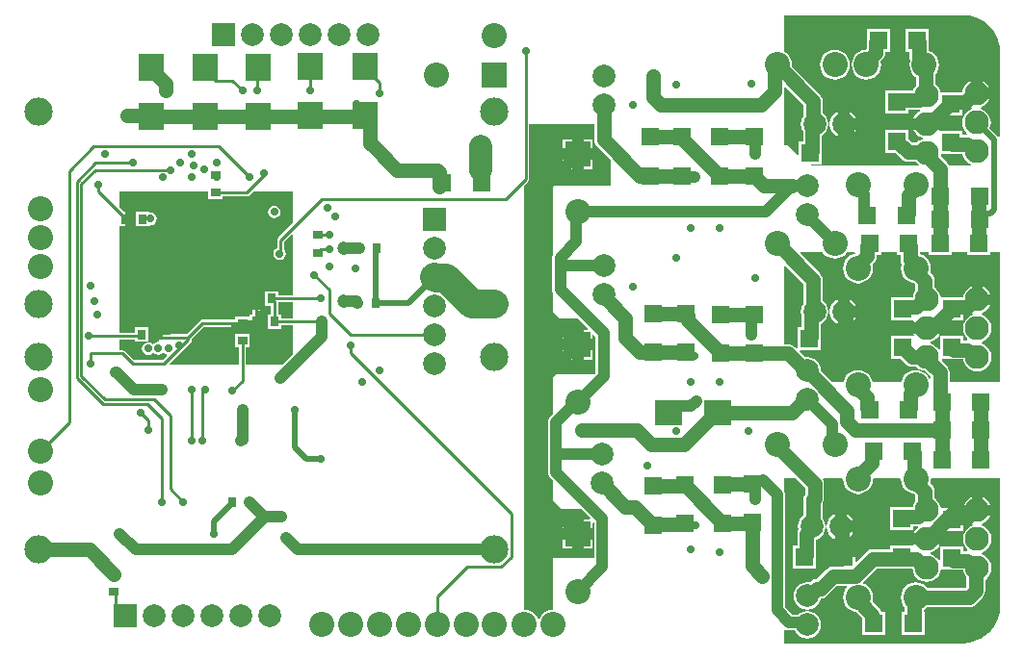
<source format=gbl>
G04*
G04 #@! TF.GenerationSoftware,Altium Limited,Altium Designer,19.0.10 (269)*
G04*
G04 Layer_Physical_Order=4*
G04 Layer_Color=16711680*
%FSLAX23Y23*%
%MOIN*%
G70*
G01*
G75*
%ADD10C,0.010*%
%ADD35R,0.034X0.031*%
%ADD36R,0.064X0.064*%
%ADD37R,0.064X0.064*%
%ADD40R,0.031X0.034*%
%ADD41R,0.085X0.096*%
%ADD46C,0.050*%
%ADD47C,0.039*%
%ADD48C,0.020*%
%ADD49C,0.020*%
%ADD50C,0.100*%
%ADD51C,0.079*%
%ADD52C,0.098*%
%ADD53C,0.083*%
%ADD54C,0.079*%
%ADD55C,0.087*%
%ADD56R,0.087X0.087*%
%ADD57R,0.087X0.087*%
%ADD58R,0.079X0.079*%
%ADD59C,0.047*%
%ADD60R,0.079X0.079*%
%ADD61C,0.028*%
%ADD62R,0.096X0.085*%
G36*
X7339Y4610D02*
X7354Y4607D01*
X7369Y4603D01*
X7382Y4596D01*
X7395Y4588D01*
X7407Y4578D01*
X7418Y4567D01*
X7427Y4555D01*
X7434Y4541D01*
X7440Y4527D01*
X7444Y4513D01*
X7445Y4506D01*
X7445Y4191D01*
X7440Y4190D01*
X7438Y4193D01*
X7410Y4220D01*
X7413Y4227D01*
X7415Y4240D01*
X7413Y4253D01*
X7408Y4265D01*
X7400Y4275D01*
X7390Y4283D01*
X7379Y4287D01*
X7379Y4287D01*
Y4293D01*
X7379Y4293D01*
X7390Y4297D01*
X7400Y4305D01*
X7408Y4315D01*
X7410Y4320D01*
X7365D01*
Y4340D01*
X7345D01*
Y4385D01*
X7340Y4383D01*
X7330Y4375D01*
X7322Y4365D01*
X7317Y4353D01*
X7317Y4349D01*
X7315Y4345D01*
X7311Y4345D01*
X7242D01*
X7241Y4348D01*
X7236Y4360D01*
X7228Y4370D01*
X7222Y4375D01*
Y4405D01*
X7229Y4414D01*
X7234Y4427D01*
X7236Y4440D01*
X7234Y4453D01*
X7229Y4466D01*
X7221Y4477D01*
X7210Y4485D01*
X7199Y4489D01*
Y4518D01*
X7199Y4520D01*
Y4565D01*
X7119D01*
Y4485D01*
X7133D01*
Y4468D01*
X7134Y4460D01*
X7136Y4456D01*
X7135Y4453D01*
X7133Y4440D01*
X7135Y4427D01*
X7140Y4414D01*
X7148Y4403D01*
X7156Y4398D01*
Y4367D01*
X7150Y4360D01*
X7146Y4350D01*
X7097D01*
X7095Y4350D01*
X7050D01*
Y4270D01*
X7130D01*
Y4284D01*
X7166D01*
X7171Y4284D01*
X7172Y4280D01*
X7168Y4278D01*
X7158Y4270D01*
X7150Y4260D01*
X7148Y4255D01*
X7193D01*
X7238D01*
X7236Y4260D01*
X7236Y4260D01*
X7239Y4265D01*
X7315D01*
Y4319D01*
X7320Y4320D01*
X7322Y4315D01*
X7330Y4305D01*
X7340Y4297D01*
X7351Y4293D01*
X7351Y4293D01*
Y4287D01*
X7351Y4287D01*
X7340Y4283D01*
X7330Y4275D01*
X7322Y4265D01*
X7317Y4253D01*
X7315Y4240D01*
X7317Y4227D01*
X7322Y4215D01*
X7330Y4205D01*
X7333Y4203D01*
X7332Y4198D01*
X7332Y4197D01*
X7315D01*
Y4211D01*
X7241D01*
X7238Y4215D01*
X7238Y4215D01*
X7193D01*
X7148D01*
X7150Y4210D01*
X7158Y4200D01*
X7168Y4192D01*
X7179Y4188D01*
X7179Y4188D01*
Y4182D01*
X7179Y4182D01*
X7168Y4178D01*
X7158Y4170D01*
X7143D01*
X7130Y4183D01*
Y4216D01*
X7050D01*
Y4136D01*
X7083D01*
X7106Y4114D01*
X7112Y4108D01*
X7120Y4105D01*
X7129Y4104D01*
X7155D01*
X7158Y4100D01*
X7165Y4095D01*
X7163Y4090D01*
X6789D01*
X6789Y4090D01*
X6792Y4095D01*
X6831D01*
Y4140D01*
X6831Y4142D01*
Y4196D01*
X6839Y4201D01*
X6846Y4211D01*
X6851Y4223D01*
X6852Y4231D01*
X6852Y4234D01*
X6858D01*
X6858Y4231D01*
X6859Y4223D01*
X6864Y4211D01*
X6871Y4201D01*
X6881Y4194D01*
X6885Y4192D01*
Y4235D01*
Y4278D01*
X6881Y4276D01*
X6871Y4269D01*
X6864Y4259D01*
X6859Y4247D01*
X6858Y4239D01*
X6858Y4236D01*
X6852D01*
X6852Y4239D01*
X6851Y4247D01*
X6846Y4259D01*
X6839Y4269D01*
X6833Y4273D01*
Y4315D01*
X6832Y4324D01*
X6828Y4332D01*
X6823Y4339D01*
X6726Y4436D01*
X6727Y4440D01*
X6725Y4453D01*
X6720Y4466D01*
X6712Y4477D01*
X6701Y4485D01*
X6700Y4485D01*
Y4611D01*
X7315D01*
X7316Y4611D01*
X7316Y4611D01*
X7324Y4611D01*
X7339Y4610D01*
D02*
G37*
G36*
X6766Y4302D02*
Y4262D01*
X6764Y4259D01*
X6759Y4247D01*
X6757Y4235D01*
X6759Y4223D01*
X6764Y4211D01*
X6765Y4210D01*
Y4175D01*
X6751D01*
Y4130D01*
X6747Y4128D01*
X6714Y4161D01*
X6700D01*
Y4338D01*
X6700Y4338D01*
X6701Y4347D01*
Y4360D01*
X6706Y4362D01*
X6766Y4302D01*
D02*
G37*
G36*
X7282Y4131D02*
X7317D01*
X7317Y4127D01*
X7322Y4115D01*
X7330Y4105D01*
X7340Y4097D01*
X7345Y4095D01*
X7344Y4090D01*
X7272D01*
X7269Y4096D01*
X7264Y4102D01*
X7242Y4125D01*
X7242Y4131D01*
X7280D01*
X7282Y4131D01*
D02*
G37*
G36*
X5000Y3894D02*
X4949Y3842D01*
X4946Y3838D01*
X4945Y3833D01*
Y3806D01*
X4938Y3802D01*
X4934Y3795D01*
X4932Y3786D01*
X4934Y3778D01*
X4938Y3771D01*
X4946Y3766D01*
X4954Y3764D01*
X4962Y3766D01*
X4970Y3771D01*
X4974Y3778D01*
X4976Y3786D01*
X4974Y3795D01*
X4971Y3800D01*
Y3827D01*
X4995Y3852D01*
X5000Y3850D01*
X5000Y3643D01*
X4949D01*
Y3655D01*
X4902D01*
Y3605D01*
X4922D01*
Y3575D01*
X4912D01*
Y3525D01*
X4959D01*
Y3537D01*
X5000D01*
Y3437D01*
X4964Y3401D01*
X4838D01*
Y3461D01*
X4850D01*
Y3508D01*
X4800D01*
Y3461D01*
X4812D01*
Y3401D01*
X4576Y3401D01*
X4574Y3405D01*
X4647Y3478D01*
X4650Y3483D01*
X4651Y3488D01*
Y3490D01*
X4694Y3532D01*
X4786D01*
Y3546D01*
X4835D01*
Y3550D01*
X4874D01*
Y3589D01*
X4888D01*
Y3591D01*
X4861D01*
Y3575D01*
X4851D01*
Y3573D01*
X4850Y3569D01*
X4800D01*
Y3559D01*
X4688D01*
X4683Y3558D01*
X4679Y3555D01*
X4632Y3508D01*
X4576D01*
Y3505D01*
X4537D01*
Y3480D01*
X4533Y3480D01*
X4525Y3479D01*
X4520Y3475D01*
X4520Y3475D01*
X4518Y3474D01*
X4518Y3474D01*
X4518Y3474D01*
X4516Y3471D01*
X4516Y3472D01*
X4516Y3472D01*
X4508Y3477D01*
X4503Y3478D01*
X4503Y3478D01*
X4500Y3479D01*
X4492Y3477D01*
X4489Y3475D01*
X4489Y3475D01*
X4484Y3472D01*
X4480Y3465D01*
X4478Y3457D01*
X4480Y3448D01*
X4484Y3441D01*
X4492Y3436D01*
X4500Y3434D01*
X4508Y3436D01*
X4516Y3441D01*
X4516Y3441D01*
X4518Y3443D01*
X4525Y3438D01*
X4533Y3436D01*
X4542Y3438D01*
X4549Y3443D01*
X4549Y3443D01*
X4554D01*
X4554Y3443D01*
X4562Y3438D01*
X4563Y3438D01*
X4564Y3433D01*
X4549Y3417D01*
X4450D01*
X4418Y3449D01*
X4414Y3452D01*
X4409Y3453D01*
X4400D01*
Y3487D01*
X4453D01*
Y3480D01*
X4487D01*
X4487Y3480D01*
X4499D01*
Y3483D01*
X4499Y3483D01*
Y3530D01*
X4453D01*
Y3513D01*
X4400D01*
X4400Y3880D01*
X4419D01*
Y3930D01*
X4415D01*
X4400Y3944D01*
Y4001D01*
X4707D01*
Y3974D01*
X4757D01*
Y3984D01*
X4840D01*
X4845Y3985D01*
X4850Y3988D01*
X4863Y4001D01*
X5000D01*
Y3894D01*
D02*
G37*
G36*
X7445Y3341D02*
X7272D01*
Y3374D01*
X7271Y3382D01*
X7268Y3390D01*
X7262Y3397D01*
X7245Y3415D01*
X7247Y3420D01*
X7285D01*
X7287Y3420D01*
X7319D01*
X7320Y3420D01*
X7320Y3414D01*
X7325Y3402D01*
X7333Y3392D01*
X7343Y3384D01*
X7355Y3379D01*
X7368Y3377D01*
X7381Y3379D01*
X7393Y3384D01*
X7403Y3392D01*
X7411Y3402D01*
X7416Y3414D01*
X7418Y3427D01*
X7416Y3440D01*
X7411Y3452D01*
X7403Y3462D01*
X7393Y3470D01*
X7382Y3474D01*
X7382Y3474D01*
Y3479D01*
X7382Y3479D01*
X7393Y3484D01*
X7403Y3492D01*
X7411Y3502D01*
X7416Y3514D01*
X7418Y3527D01*
X7416Y3540D01*
X7411Y3552D01*
X7403Y3562D01*
X7393Y3570D01*
X7382Y3574D01*
X7382Y3574D01*
Y3579D01*
X7382Y3579D01*
X7393Y3584D01*
X7403Y3592D01*
X7411Y3602D01*
X7413Y3607D01*
X7368D01*
Y3627D01*
X7349D01*
Y3672D01*
X7343Y3670D01*
X7333Y3662D01*
X7325Y3652D01*
X7320Y3640D01*
X7320Y3634D01*
X7242D01*
X7241Y3641D01*
X7236Y3653D01*
X7228Y3663D01*
X7220Y3670D01*
Y3693D01*
X7219Y3702D01*
X7216Y3710D01*
X7211Y3716D01*
X7205Y3722D01*
X7207Y3735D01*
X7205Y3748D01*
X7200Y3761D01*
X7192Y3772D01*
X7181Y3780D01*
X7169Y3785D01*
Y3791D01*
X7200D01*
Y3780D01*
X7280D01*
Y3791D01*
X7334D01*
Y3780D01*
X7414D01*
Y3791D01*
X7445D01*
X7445Y3341D01*
D02*
G37*
G36*
X7089Y3780D02*
X7103D01*
Y3764D01*
X7104Y3755D01*
X7106Y3750D01*
X7105Y3748D01*
X7103Y3735D01*
X7105Y3722D01*
X7110Y3709D01*
X7118Y3698D01*
X7129Y3690D01*
X7142Y3685D01*
X7149Y3684D01*
X7154Y3679D01*
Y3658D01*
X7150Y3653D01*
X7145Y3641D01*
X7145Y3635D01*
X7144Y3635D01*
X7117D01*
X7115Y3635D01*
X7070D01*
Y3555D01*
X7146D01*
X7149Y3550D01*
X7148Y3548D01*
X7193D01*
X7238D01*
X7238Y3550D01*
X7241Y3554D01*
X7320D01*
Y3602D01*
X7325Y3603D01*
X7325Y3602D01*
X7333Y3592D01*
X7343Y3584D01*
X7354Y3579D01*
X7354Y3579D01*
Y3574D01*
X7354Y3574D01*
X7343Y3570D01*
X7333Y3562D01*
X7325Y3552D01*
X7320Y3540D01*
X7319Y3527D01*
X7320Y3514D01*
X7325Y3502D01*
X7333Y3492D01*
X7334Y3491D01*
X7334Y3489D01*
X7332Y3486D01*
X7320D01*
Y3500D01*
X7240D01*
Y3456D01*
X7235Y3455D01*
X7228Y3463D01*
X7218Y3471D01*
X7207Y3476D01*
X7207Y3476D01*
Y3481D01*
X7207Y3481D01*
X7218Y3485D01*
X7228Y3493D01*
X7236Y3503D01*
X7238Y3509D01*
X7193D01*
X7148D01*
X7149Y3506D01*
X7147Y3501D01*
X7146Y3501D01*
X7070D01*
Y3421D01*
X7103D01*
X7121Y3403D01*
X7128Y3398D01*
X7136Y3395D01*
X7144Y3394D01*
X7158D01*
X7158Y3393D01*
X7168Y3385D01*
X7180Y3380D01*
X7186Y3380D01*
X7206Y3360D01*
Y3354D01*
X7201Y3353D01*
X7200Y3356D01*
X7192Y3367D01*
X7181Y3375D01*
X7168Y3380D01*
X7155Y3382D01*
X7142Y3380D01*
X7129Y3375D01*
X7118Y3367D01*
X7110Y3356D01*
X7105Y3343D01*
X7105Y3341D01*
X7005D01*
X7005Y3343D01*
X7000Y3356D01*
X6992Y3367D01*
X6981Y3375D01*
X6968Y3380D01*
X6955Y3382D01*
X6942Y3380D01*
X6929Y3375D01*
X6918Y3367D01*
X6910Y3356D01*
X6905Y3343D01*
X6905Y3341D01*
X6866D01*
X6828Y3379D01*
X6828Y3380D01*
X6826Y3392D01*
X6821Y3404D01*
X6814Y3414D01*
X6804Y3421D01*
X6792Y3426D01*
X6780Y3428D01*
X6772Y3427D01*
X6754Y3446D01*
X6756Y3450D01*
X6826D01*
Y3495D01*
X6826Y3497D01*
Y3543D01*
X6829Y3544D01*
X6839Y3551D01*
X6846Y3561D01*
X6851Y3573D01*
X6852Y3581D01*
X6852Y3584D01*
X6858D01*
X6858Y3581D01*
X6859Y3573D01*
X6864Y3561D01*
X6871Y3551D01*
X6881Y3544D01*
X6885Y3542D01*
Y3585D01*
Y3628D01*
X6881Y3626D01*
X6871Y3619D01*
X6864Y3609D01*
X6859Y3597D01*
X6858Y3589D01*
X6858Y3586D01*
X6852D01*
X6852Y3589D01*
X6851Y3597D01*
X6846Y3609D01*
X6839Y3619D01*
X6833Y3623D01*
Y3695D01*
X6832Y3704D01*
X6828Y3712D01*
X6823Y3719D01*
X6755Y3787D01*
X6757Y3791D01*
X6833D01*
X6838Y3783D01*
X6849Y3775D01*
X6862Y3770D01*
X6875Y3768D01*
X6888Y3770D01*
X6901Y3775D01*
X6912Y3783D01*
X6917Y3791D01*
X6943D01*
X6945Y3786D01*
X6945Y3785D01*
X6942Y3785D01*
X6929Y3780D01*
X6918Y3772D01*
X6910Y3761D01*
X6905Y3748D01*
X6903Y3735D01*
X6905Y3722D01*
X6910Y3709D01*
X6918Y3698D01*
X6929Y3690D01*
X6942Y3685D01*
X6955Y3683D01*
X6968Y3685D01*
X6981Y3690D01*
X6992Y3698D01*
X7000Y3709D01*
X7005Y3722D01*
X7007Y3735D01*
X7005Y3748D01*
X7011Y3754D01*
X7017Y3761D01*
X7020Y3769D01*
X7021Y3778D01*
Y3780D01*
X7035D01*
Y3791D01*
X7089D01*
Y3780D01*
D02*
G37*
G36*
X5000Y3563D02*
X4959D01*
Y3575D01*
X4949D01*
Y3605D01*
X4949D01*
Y3617D01*
X5000D01*
Y3563D01*
D02*
G37*
G36*
X6766Y3682D02*
Y3612D01*
X6764Y3609D01*
X6759Y3597D01*
X6757Y3585D01*
X6759Y3573D01*
X6760Y3569D01*
X6760Y3565D01*
Y3530D01*
X6746D01*
Y3460D01*
X6742Y3458D01*
X6736Y3463D01*
X6729Y3469D01*
X6721Y3472D01*
X6712Y3473D01*
X6700D01*
Y3742D01*
X6705Y3743D01*
X6766Y3682D01*
D02*
G37*
G36*
X7103Y3006D02*
X7103Y3005D01*
X7105Y2992D01*
X7110Y2979D01*
X7118Y2968D01*
X7129Y2960D01*
X7142Y2955D01*
X7149Y2954D01*
X7154Y2949D01*
Y2928D01*
X7150Y2923D01*
X7145Y2911D01*
X7145Y2909D01*
X7112D01*
X7110Y2909D01*
X7065D01*
Y2829D01*
X7145D01*
Y2843D01*
X7162D01*
X7162Y2843D01*
X7164Y2838D01*
X7158Y2833D01*
X7150Y2823D01*
X7148Y2818D01*
X7193D01*
X7238D01*
X7238Y2820D01*
X7241Y2824D01*
X7320D01*
Y2872D01*
X7325Y2873D01*
X7325Y2872D01*
X7333Y2862D01*
X7343Y2854D01*
X7354Y2849D01*
X7354Y2849D01*
Y2844D01*
X7354Y2844D01*
X7343Y2840D01*
X7333Y2832D01*
X7325Y2822D01*
X7320Y2810D01*
X7319Y2797D01*
X7320Y2784D01*
X7325Y2772D01*
X7333Y2762D01*
X7334Y2761D01*
X7334Y2759D01*
X7332Y2756D01*
X7320D01*
Y2770D01*
X7240D01*
Y2726D01*
X7235Y2725D01*
X7228Y2733D01*
X7218Y2741D01*
X7207Y2746D01*
X7207Y2746D01*
Y2751D01*
X7207Y2751D01*
X7218Y2755D01*
X7228Y2763D01*
X7236Y2773D01*
X7238Y2779D01*
X7193D01*
X7148D01*
X7148Y2778D01*
X7144Y2775D01*
X7065D01*
Y2761D01*
X7006D01*
X6997Y2760D01*
X6989Y2757D01*
X6982Y2751D01*
X6949Y2719D01*
X6945Y2721D01*
Y2775D01*
X6944D01*
Y2735D01*
X6905D01*
Y2702D01*
X6869D01*
X6865Y2702D01*
Y2702D01*
X6861Y2701D01*
X6853Y2698D01*
X6846Y2693D01*
X6811Y2658D01*
X6804Y2657D01*
X6796Y2654D01*
X6789Y2648D01*
X6788Y2647D01*
X6780Y2648D01*
X6768Y2646D01*
X6756Y2641D01*
X6746Y2634D01*
X6739Y2624D01*
X6734Y2612D01*
X6732Y2600D01*
X6734Y2588D01*
X6739Y2576D01*
X6746Y2566D01*
X6756Y2559D01*
X6768Y2554D01*
X6779Y2553D01*
Y2547D01*
X6768Y2546D01*
X6756Y2541D01*
X6748Y2535D01*
X6729D01*
X6703Y2562D01*
Y2950D01*
X6702Y2957D01*
X6700Y2962D01*
Y3009D01*
X6738D01*
X6772Y2975D01*
Y2951D01*
X6772Y2951D01*
X6768Y2943D01*
X6767Y2934D01*
Y2878D01*
X6761Y2874D01*
X6754Y2864D01*
X6749Y2852D01*
X6747Y2840D01*
X6749Y2830D01*
X6746Y2824D01*
X6745Y2815D01*
Y2775D01*
X6731D01*
Y2695D01*
X6811D01*
Y2740D01*
X6811Y2742D01*
Y2796D01*
X6819Y2799D01*
X6829Y2806D01*
X6836Y2816D01*
X6841Y2828D01*
X6842Y2836D01*
X6842Y2839D01*
X6848D01*
X6848Y2836D01*
X6849Y2828D01*
X6854Y2816D01*
X6861Y2806D01*
X6871Y2799D01*
X6875Y2797D01*
Y2840D01*
Y2883D01*
X6871Y2881D01*
X6861Y2874D01*
X6854Y2864D01*
X6849Y2852D01*
X6848Y2844D01*
X6848Y2841D01*
X6842D01*
X6842Y2844D01*
X6841Y2852D01*
X6836Y2864D01*
X6834Y2867D01*
Y2922D01*
X6834Y2922D01*
X6837Y2930D01*
X6838Y2939D01*
Y2989D01*
X6837Y2998D01*
X6834Y3004D01*
X6836Y3009D01*
X6900D01*
X6903Y3006D01*
X6903Y3005D01*
X6905Y2992D01*
X6910Y2979D01*
X6918Y2968D01*
X6929Y2960D01*
X6942Y2955D01*
X6955Y2953D01*
X6968Y2955D01*
X6981Y2960D01*
X6992Y2968D01*
X7000Y2979D01*
X7005Y2992D01*
X7007Y3005D01*
X7007Y3006D01*
X7010Y3009D01*
X7100D01*
X7103Y3006D01*
D02*
G37*
G36*
X7445Y2541D02*
X7444Y2536D01*
X7439Y2521D01*
X7433Y2507D01*
X7425Y2494D01*
X7415Y2482D01*
X7405Y2471D01*
X7393Y2462D01*
X7380Y2453D01*
X7366Y2447D01*
X7352Y2441D01*
X7337Y2438D01*
X7322Y2436D01*
X7314Y2436D01*
X7314Y2436D01*
X7314Y2436D01*
X6700D01*
Y2480D01*
X6705Y2483D01*
X6710Y2481D01*
X6717Y2480D01*
X6737D01*
X6739Y2476D01*
X6746Y2466D01*
X6756Y2459D01*
X6768Y2454D01*
X6780Y2452D01*
X6792Y2454D01*
X6804Y2459D01*
X6814Y2466D01*
X6821Y2476D01*
X6826Y2488D01*
X6828Y2500D01*
X6826Y2512D01*
X6821Y2524D01*
X6814Y2534D01*
X6804Y2541D01*
X6792Y2546D01*
X6781Y2547D01*
Y2553D01*
X6792Y2554D01*
X6804Y2559D01*
X6814Y2566D01*
X6821Y2576D01*
X6826Y2588D01*
X6827Y2592D01*
X6827Y2592D01*
X6834Y2593D01*
X6842Y2596D01*
X6848Y2602D01*
X6883Y2636D01*
X6917D01*
X6917Y2635D01*
X6918Y2631D01*
X6910Y2621D01*
X6905Y2608D01*
X6903Y2595D01*
X6905Y2582D01*
X6910Y2569D01*
X6918Y2558D01*
X6929Y2550D01*
X6942Y2545D01*
X6949Y2544D01*
X6971Y2522D01*
Y2512D01*
X6971Y2510D01*
Y2465D01*
X7051D01*
Y2545D01*
X7036D01*
X7033Y2553D01*
X7027Y2560D01*
X7005Y2582D01*
X7007Y2595D01*
X7005Y2608D01*
X7000Y2621D01*
X6992Y2632D01*
X6981Y2640D01*
X6974Y2642D01*
X6973Y2648D01*
X7019Y2695D01*
X7098D01*
X7100Y2695D01*
X7110D01*
X7112Y2695D01*
X7141D01*
X7145Y2691D01*
X7145Y2685D01*
X7150Y2673D01*
X7158Y2663D01*
X7168Y2655D01*
X7180Y2650D01*
X7193Y2649D01*
X7206Y2650D01*
X7218Y2655D01*
X7228Y2663D01*
X7236Y2673D01*
X7241Y2685D01*
X7242Y2690D01*
X7285D01*
X7287Y2690D01*
X7319D01*
X7320Y2690D01*
X7320Y2684D01*
X7325Y2672D01*
X7329Y2667D01*
Y2632D01*
X7325Y2628D01*
X7194D01*
X7192Y2632D01*
X7181Y2640D01*
X7168Y2645D01*
X7155Y2647D01*
X7142Y2645D01*
X7129Y2640D01*
X7118Y2632D01*
X7110Y2621D01*
X7105Y2608D01*
X7103Y2595D01*
X7105Y2582D01*
X7110Y2569D01*
X7117Y2561D01*
Y2545D01*
X7105D01*
Y2465D01*
X7185D01*
Y2545D01*
X7183D01*
Y2552D01*
X7192Y2558D01*
X7194Y2562D01*
X7339D01*
X7348Y2563D01*
X7356Y2566D01*
X7362Y2572D01*
X7386Y2595D01*
X7391Y2601D01*
X7394Y2609D01*
X7395Y2618D01*
Y2655D01*
X7403Y2662D01*
X7411Y2672D01*
X7416Y2684D01*
X7418Y2697D01*
X7416Y2710D01*
X7411Y2722D01*
X7403Y2732D01*
X7393Y2740D01*
X7382Y2744D01*
X7382Y2744D01*
Y2749D01*
X7382Y2749D01*
X7393Y2754D01*
X7403Y2762D01*
X7411Y2772D01*
X7416Y2784D01*
X7418Y2797D01*
X7416Y2810D01*
X7411Y2822D01*
X7403Y2832D01*
X7393Y2840D01*
X7382Y2844D01*
X7382Y2844D01*
Y2849D01*
X7382Y2849D01*
X7393Y2854D01*
X7403Y2862D01*
X7411Y2872D01*
X7413Y2877D01*
X7368D01*
Y2897D01*
X7349D01*
Y2942D01*
X7343Y2940D01*
X7333Y2932D01*
X7325Y2922D01*
X7320Y2910D01*
X7320Y2904D01*
X7242D01*
X7241Y2911D01*
X7236Y2923D01*
X7228Y2933D01*
X7220Y2940D01*
Y2963D01*
X7219Y2972D01*
X7216Y2980D01*
X7211Y2986D01*
X7205Y2992D01*
X7207Y3005D01*
X7207Y3006D01*
X7210Y3009D01*
X7445D01*
X7445Y2541D01*
D02*
G37*
G36*
X6042Y4181D02*
X6043Y4172D01*
X6046Y4164D01*
X6052Y4158D01*
X6100Y4109D01*
Y4020D01*
X5900D01*
Y3783D01*
X5898Y3779D01*
X5897Y3771D01*
Y3745D01*
Y3661D01*
X5898Y3654D01*
X5900Y3649D01*
Y3561D01*
X5986D01*
X6021Y3526D01*
X6019Y3521D01*
X6005D01*
Y3490D01*
X6036D01*
Y3504D01*
X6041Y3506D01*
X6047Y3499D01*
Y3372D01*
X6043Y3368D01*
X5900D01*
Y3229D01*
X5891Y3220D01*
X5886Y3214D01*
X5883Y3207D01*
X5882Y3200D01*
Y3100D01*
Y3029D01*
X5883Y3022D01*
X5886Y3015D01*
X5891Y3009D01*
X5900Y3000D01*
Y2900D01*
X6000D01*
X6029Y2871D01*
X6027Y2866D01*
X6005D01*
Y2835D01*
X6036D01*
Y2852D01*
X6041Y2855D01*
X6042Y2854D01*
Y2730D01*
X5900D01*
Y2552D01*
X5887Y2550D01*
X5874Y2545D01*
X5863Y2537D01*
X5855Y2526D01*
X5853Y2520D01*
X5847D01*
X5845Y2526D01*
X5837Y2537D01*
X5826Y2545D01*
X5813Y2550D01*
X5800Y2552D01*
Y4021D01*
X5814Y4036D01*
X5817Y4040D01*
X5818Y4045D01*
Y4234D01*
X6042D01*
Y4181D01*
D02*
G37*
%LPC*%
G36*
X7065Y4565D02*
X6985D01*
Y4520D01*
X6985Y4518D01*
Y4497D01*
X6979Y4491D01*
X6971Y4490D01*
X6959Y4485D01*
X6948Y4477D01*
X6940Y4466D01*
X6935Y4453D01*
X6933Y4440D01*
X6935Y4427D01*
X6940Y4414D01*
X6948Y4403D01*
X6959Y4395D01*
X6971Y4390D01*
X6984Y4388D01*
X6998Y4390D01*
X7010Y4395D01*
X7021Y4403D01*
X7029Y4414D01*
X7034Y4427D01*
X7036Y4440D01*
X7034Y4453D01*
X7041Y4460D01*
X7047Y4467D01*
X7050Y4475D01*
X7051Y4483D01*
Y4485D01*
X7065D01*
Y4565D01*
D02*
G37*
G36*
X6875Y4492D02*
X6862Y4490D01*
X6849Y4485D01*
X6838Y4477D01*
X6830Y4466D01*
X6825Y4453D01*
X6823Y4440D01*
X6825Y4427D01*
X6830Y4414D01*
X6838Y4403D01*
X6849Y4395D01*
X6862Y4390D01*
X6875Y4388D01*
X6888Y4390D01*
X6901Y4395D01*
X6912Y4403D01*
X6920Y4414D01*
X6925Y4427D01*
X6927Y4440D01*
X6925Y4453D01*
X6920Y4466D01*
X6912Y4477D01*
X6901Y4485D01*
X6888Y4490D01*
X6875Y4492D01*
D02*
G37*
G36*
X7385Y4385D02*
Y4360D01*
X7410D01*
X7408Y4365D01*
X7400Y4375D01*
X7390Y4383D01*
X7385Y4385D01*
D02*
G37*
G36*
X6925Y4278D02*
Y4255D01*
X6948D01*
X6946Y4259D01*
X6939Y4269D01*
X6929Y4276D01*
X6925Y4278D01*
D02*
G37*
G36*
X6948Y4215D02*
X6925D01*
Y4192D01*
X6929Y4194D01*
X6939Y4201D01*
X6946Y4211D01*
X6948Y4215D01*
D02*
G37*
G36*
X6965Y4175D02*
X6964D01*
Y4174D01*
X6965D01*
Y4175D01*
D02*
G37*
G36*
X6886D02*
X6885D01*
Y4174D01*
X6886D01*
Y4175D01*
D02*
G37*
G36*
X6965Y4096D02*
X6964D01*
Y4095D01*
X6965D01*
Y4096D01*
D02*
G37*
G36*
X6886D02*
X6885D01*
Y4095D01*
X6886D01*
Y4096D01*
D02*
G37*
G36*
X4936Y3952D02*
X4927Y3950D01*
X4920Y3946D01*
X4915Y3938D01*
X4913Y3930D01*
X4915Y3922D01*
X4920Y3914D01*
X4927Y3910D01*
X4936Y3908D01*
X4944Y3910D01*
X4951Y3914D01*
X4956Y3922D01*
X4958Y3930D01*
X4956Y3938D01*
X4951Y3946D01*
X4944Y3950D01*
X4936Y3952D01*
D02*
G37*
G36*
X4504Y3930D02*
Y3930D01*
X4457D01*
Y3880D01*
X4504D01*
Y3882D01*
X4506Y3884D01*
X4515Y3886D01*
X4522Y3891D01*
X4527Y3898D01*
X4529Y3907D01*
X4527Y3915D01*
X4522Y3922D01*
X4515Y3927D01*
X4508Y3928D01*
X4504Y3930D01*
X4504Y3930D01*
D02*
G37*
G36*
X7388Y3672D02*
Y3646D01*
X7413D01*
X7411Y3652D01*
X7403Y3662D01*
X7393Y3670D01*
X7388Y3672D01*
D02*
G37*
G36*
X6925Y3628D02*
Y3605D01*
X6948D01*
X6946Y3609D01*
X6939Y3619D01*
X6929Y3626D01*
X6925Y3628D01*
D02*
G37*
G36*
X6948Y3565D02*
X6925D01*
Y3542D01*
X6929Y3544D01*
X6939Y3551D01*
X6946Y3561D01*
X6948Y3565D01*
D02*
G37*
G36*
X6960Y3530D02*
X6959D01*
Y3529D01*
X6960D01*
Y3530D01*
D02*
G37*
G36*
X6881D02*
X6880D01*
Y3529D01*
X6881D01*
Y3530D01*
D02*
G37*
G36*
X6960Y3451D02*
X6959D01*
Y3450D01*
X6960D01*
Y3451D01*
D02*
G37*
G36*
X6881D02*
X6880D01*
Y3450D01*
X6881D01*
Y3451D01*
D02*
G37*
G36*
X6915Y2883D02*
Y2860D01*
X6938D01*
X6936Y2864D01*
X6929Y2874D01*
X6919Y2881D01*
X6915Y2883D01*
D02*
G37*
G36*
X6938Y2820D02*
X6915D01*
Y2797D01*
X6919Y2799D01*
X6929Y2806D01*
X6936Y2816D01*
X6938Y2820D01*
D02*
G37*
G36*
X6866Y2775D02*
X6865D01*
Y2774D01*
X6866D01*
Y2775D01*
D02*
G37*
G36*
X7388Y2942D02*
Y2916D01*
X7413D01*
X7411Y2922D01*
X7403Y2932D01*
X7393Y2940D01*
X7388Y2942D01*
D02*
G37*
G36*
X6036Y4181D02*
X6005D01*
Y4150D01*
X6036D01*
Y4181D01*
D02*
G37*
G36*
X5965D02*
X5934D01*
Y4150D01*
X5965D01*
Y4181D01*
D02*
G37*
G36*
X6036Y4110D02*
X6005D01*
Y4079D01*
X6036D01*
Y4110D01*
D02*
G37*
G36*
X5965D02*
X5934D01*
Y4079D01*
X5965D01*
Y4110D01*
D02*
G37*
G36*
Y3521D02*
X5934D01*
Y3490D01*
X5965D01*
Y3521D01*
D02*
G37*
G36*
X6036Y3450D02*
X6005D01*
Y3419D01*
X6036D01*
Y3450D01*
D02*
G37*
G36*
X5965D02*
X5934D01*
Y3419D01*
X5965D01*
Y3450D01*
D02*
G37*
G36*
Y2866D02*
X5934D01*
Y2835D01*
X5965D01*
Y2866D01*
D02*
G37*
G36*
X6036Y2795D02*
X6005D01*
Y2764D01*
X6036D01*
Y2795D01*
D02*
G37*
G36*
X5965D02*
X5934D01*
Y2764D01*
X5965D01*
Y2795D01*
D02*
G37*
%LPD*%
D10*
X5500Y2597D02*
X5603Y2700D01*
X5720D02*
X5755Y2735D01*
X5603Y2700D02*
X5720D01*
X5755Y2735D02*
Y2885D01*
X5200Y3440D02*
X5755Y2885D01*
X5200Y3440D02*
Y3467D01*
X5199Y3505D02*
X5490D01*
X5125Y3579D02*
Y3661D01*
X5074Y3713D02*
X5125Y3661D01*
X5500Y2500D02*
Y2597D01*
X5735Y3975D02*
X5805Y4045D01*
X4958Y3795D02*
Y3833D01*
X4954Y3791D02*
X4958Y3795D01*
X4954Y3786D02*
Y3791D01*
X4958Y3833D02*
X5100Y3975D01*
X5735D01*
X5805Y4045D02*
Y4488D01*
X6397Y3272D02*
X6400Y3275D01*
X6396Y3272D02*
X6397D01*
X4732Y4062D02*
X4736Y4058D01*
X4732D02*
X4736D01*
X4727Y4057D02*
X4734Y4050D01*
X4727Y4057D02*
X4732Y4062D01*
X4734Y4050D02*
X4735D01*
X4900Y4057D02*
Y4064D01*
X4840Y3997D02*
X4900Y4057D01*
X4742Y4158D02*
X4850Y4050D01*
X4310Y4158D02*
X4742D01*
X4225Y4072D02*
X4310Y4158D01*
X4732Y3997D02*
X4840D01*
X4536Y3495D02*
X4638D01*
X4318Y4100D02*
X4445D01*
X4292Y3500D02*
X4469D01*
X4474Y3495D01*
X4267Y4027D02*
X4315Y4075D01*
X4267Y3363D02*
Y4027D01*
Y3363D02*
X4350Y3280D01*
X4252Y4034D02*
X4318Y4100D01*
X4252Y3356D02*
Y4034D01*
Y3356D02*
X4343Y3264D01*
X4300Y3406D02*
Y3440D01*
X4300Y3405D02*
X4300Y3406D01*
X4343Y3264D02*
X4496D01*
X4350Y3280D02*
X4520D01*
X4300Y3440D02*
X4409D01*
X4445Y3404D01*
X4554D01*
X4638Y3488D01*
Y3495D01*
X4688Y3546D02*
X4825D01*
X4638Y3495D02*
X4688Y3546D01*
X4825D02*
X4829Y3550D01*
X4874D01*
X4864Y3630D02*
X4874Y3620D01*
Y3550D02*
Y3620D01*
X4482Y3907D02*
X4506D01*
X4481Y3905D02*
X4482Y3907D01*
X4325Y4001D02*
Y4025D01*
Y4001D02*
X4419Y3907D01*
Y3905D02*
Y3907D01*
X4789Y3311D02*
X4825Y3346D01*
Y3484D01*
X4926Y3630D02*
X5098D01*
X4926D02*
X4936Y3620D01*
Y3550D02*
Y3620D01*
Y3550D02*
X5100D01*
X4789Y4386D02*
X4825Y4350D01*
X4732Y4386D02*
X4789D01*
X4695Y4424D02*
X4732Y4386D01*
X4695Y4424D02*
Y4430D01*
X4225Y3200D02*
Y4072D01*
X4125Y3100D02*
X4225Y3200D01*
X4496Y3264D02*
X4545Y3215D01*
Y2925D02*
Y3215D01*
X4315Y4075D02*
X4575D01*
X4520Y3280D02*
X4575Y3225D01*
Y2970D02*
Y3225D01*
Y2970D02*
X4620Y2925D01*
X4650Y3138D02*
Y3315D01*
X4688Y3309D02*
X4694Y3315D01*
X4695D01*
X4688Y3138D02*
Y3309D01*
X5125Y3579D02*
X5199Y3505D01*
X5125Y3800D02*
X5125Y3800D01*
X5098Y3800D02*
X5125D01*
X5087Y3789D02*
X5098Y3800D01*
X5087Y3851D02*
X5124D01*
X5125Y3850D01*
X4386Y2564D02*
X4420Y2530D01*
X4386Y2564D02*
Y2609D01*
X4380Y2614D02*
X4386Y2609D01*
X4474Y3235D02*
X4500Y3209D01*
Y3175D02*
Y3209D01*
X4877Y4350D02*
Y4427D01*
X4880Y4430D01*
X5060Y4350D02*
Y4435D01*
X5300Y4340D02*
Y4379D01*
X5250Y4429D02*
X5300Y4379D01*
X5250Y4429D02*
Y4435D01*
D35*
X4825Y3484D02*
D03*
Y3546D02*
D03*
X4732Y4058D02*
D03*
Y3997D02*
D03*
X4380Y2676D02*
D03*
Y2614D02*
D03*
X5087Y3851D02*
D03*
Y3789D02*
D03*
D36*
X7110Y3461D02*
D03*
Y3595D02*
D03*
X7105Y2735D02*
D03*
Y2869D02*
D03*
X6590Y2855D02*
D03*
Y2989D02*
D03*
X6245Y2980D02*
D03*
Y2846D02*
D03*
X6485Y2850D02*
D03*
Y2984D02*
D03*
X6355D02*
D03*
Y2850D02*
D03*
X6595Y3440D02*
D03*
Y3574D02*
D03*
X6480Y3441D02*
D03*
Y3575D02*
D03*
X6245Y3579D02*
D03*
Y3445D02*
D03*
X6360Y3579D02*
D03*
Y3445D02*
D03*
X6595Y4056D02*
D03*
Y4190D02*
D03*
X6345D02*
D03*
Y4056D02*
D03*
X6475D02*
D03*
Y4190D02*
D03*
X6235D02*
D03*
Y4056D02*
D03*
X7280Y2864D02*
D03*
Y2730D02*
D03*
X7090Y4176D02*
D03*
Y4310D02*
D03*
X7280Y3594D02*
D03*
Y3460D02*
D03*
X7275Y4305D02*
D03*
Y4171D02*
D03*
D37*
X7246Y3270D02*
D03*
X7380D02*
D03*
X7246Y3175D02*
D03*
X7380D02*
D03*
X7245Y3070D02*
D03*
X7379D02*
D03*
X7159Y4525D02*
D03*
X7025D02*
D03*
X7240Y3820D02*
D03*
X7374D02*
D03*
X7241Y3985D02*
D03*
X7375D02*
D03*
X7144Y3100D02*
D03*
X7010D02*
D03*
X7129Y3245D02*
D03*
X6995D02*
D03*
X6925Y4135D02*
D03*
X6791D02*
D03*
X6920Y3490D02*
D03*
X6786D02*
D03*
X7145Y2505D02*
D03*
X7011D02*
D03*
X6905Y2735D02*
D03*
X6771D02*
D03*
X5518Y4032D02*
D03*
X5652D02*
D03*
X7241Y3905D02*
D03*
X7375D02*
D03*
X7122Y3918D02*
D03*
X6988D02*
D03*
X7129Y3820D02*
D03*
X6995D02*
D03*
D40*
X4481Y3905D02*
D03*
X4419D02*
D03*
X4926Y3630D02*
D03*
X4864D02*
D03*
X4936Y3550D02*
D03*
X4874D02*
D03*
X4476Y3505D02*
D03*
X4537D02*
D03*
X4851Y2925D02*
D03*
X4789D02*
D03*
X5286Y3615D02*
D03*
X5224D02*
D03*
X5291Y3805D02*
D03*
X5229D02*
D03*
D41*
X4510Y4430D02*
D03*
Y4260D02*
D03*
X5250Y4435D02*
D03*
Y4265D02*
D03*
X5060Y4435D02*
D03*
Y4265D02*
D03*
X4880Y4430D02*
D03*
Y4260D02*
D03*
X4695Y4430D02*
D03*
Y4260D02*
D03*
D46*
X5500Y4075D02*
X5508Y4067D01*
Y4017D02*
Y4067D01*
X5060Y4263D02*
X5247D01*
X4880D02*
X5060D01*
X4695D02*
X4880D01*
X7379Y3070D02*
Y3270D01*
X7380Y3270D01*
X6000Y3175D02*
X6189D01*
X6239Y3124D01*
X6353D01*
X6464Y3235D01*
X6470D01*
X7353Y2890D02*
X7362D01*
X7288D02*
X7353D01*
X7359Y2897D01*
X7334Y2871D02*
X7353Y2890D01*
X7195Y2798D02*
X7288Y2890D01*
X7362D02*
X7368Y2897D01*
X7193Y2798D02*
X7195D01*
X4512Y4263D02*
X4695D01*
X4425Y4265D02*
X4505D01*
X4510Y4260D01*
X5247Y4263D02*
X5267Y4243D01*
X6243Y2848D02*
X6353D01*
X5275Y4161D02*
X5361Y4075D01*
X5500D01*
X5267Y4168D02*
X5275Y4161D01*
X5267Y4168D02*
Y4243D01*
X7240Y3820D02*
Y4079D01*
X6352Y4179D02*
X6475Y4056D01*
X7239Y3276D02*
X7246Y3270D01*
Y3175D02*
Y3270D01*
Y3070D02*
Y3175D01*
X6355Y2984D02*
X6478Y2861D01*
X6421Y3500D02*
X6480Y3441D01*
X6367Y3554D02*
X6421Y3500D01*
X6631Y4020D02*
X6727D01*
X7239Y3276D02*
Y3374D01*
X7193Y3419D02*
X7239Y3374D01*
X7193Y3419D02*
Y3428D01*
Y4126D02*
X7240Y4079D01*
X7193Y4126D02*
Y4135D01*
X7374Y3820D02*
Y3984D01*
X6590Y2704D02*
X6624Y2669D01*
X6590Y2704D02*
Y2855D01*
X6813Y2625D02*
X6825D01*
X6788Y2600D02*
X6813Y2625D01*
X6780Y2600D02*
X6788D01*
X6825Y2625D02*
X6869Y2669D01*
X6947D01*
X7006Y2728D01*
X7098D01*
X7105Y2735D01*
X6895Y2840D02*
X6900Y2835D01*
Y2740D02*
Y2835D01*
Y2740D02*
X6905Y2735D01*
X6795Y2832D02*
Y2840D01*
X6778Y2815D02*
X6795Y2832D01*
X6778Y2742D02*
Y2815D01*
X6771Y2735D02*
X6778Y2742D01*
X7246Y3175D02*
X7246D01*
X6946D02*
X7246D01*
X6917Y3204D02*
X6946Y3175D01*
X6917Y3204D02*
Y3243D01*
X6780Y3380D02*
X6917Y3243D01*
X7018Y4518D02*
X7025Y4525D01*
X7018Y4483D02*
Y4518D01*
X6984Y4450D02*
X7018Y4483D01*
X6984Y4440D02*
Y4450D01*
X7184Y4440D02*
X7189Y4436D01*
Y4339D02*
Y4436D01*
Y4339D02*
X7193Y4335D01*
X7166Y4468D02*
Y4518D01*
X7159Y4525D02*
X7166Y4518D01*
X7155Y4025D02*
X7165D01*
X7155Y4015D02*
Y4025D01*
X7129Y3989D02*
X7155Y4015D01*
X7129Y3924D02*
Y3989D01*
X7122Y3918D02*
X7129Y3924D01*
X7356Y4140D02*
X7365D01*
X7332Y4164D02*
X7356Y4140D01*
X7282Y4164D02*
X7332D01*
X7275Y4171D02*
X7282Y4164D01*
X6075Y4181D02*
X6200Y4056D01*
X6075Y4181D02*
Y4300D01*
X6151Y2909D02*
X6182D01*
X6243Y2848D01*
X6070Y2990D02*
X6151Y2909D01*
X6800Y3590D02*
Y3695D01*
Y3590D02*
X6805Y3585D01*
X6675Y3820D02*
X6800Y3695D01*
X6245Y4329D02*
Y4400D01*
Y4329D02*
X6274Y4300D01*
X6621D01*
X6668Y4347D01*
Y4433D01*
X6675Y4440D01*
X4120Y2760D02*
X4296D01*
X4380Y2676D01*
X6475Y4190D02*
X6595D01*
X7155Y3725D02*
Y3735D01*
Y3725D02*
X7187Y3693D01*
Y3635D02*
Y3693D01*
Y3635D02*
X7193Y3628D01*
X7155Y3330D02*
X7158Y3333D01*
X7339Y2595D02*
X7362Y2618D01*
Y2690D01*
X7368Y2697D01*
X7155Y2595D02*
X7339D01*
X6772Y3380D02*
X6780D01*
X6712Y3440D02*
X6772Y3380D01*
X6595Y3440D02*
X6712D01*
X6595Y4056D02*
X6631Y4020D01*
X4559Y4350D02*
Y4375D01*
X4510Y4424D02*
X4559Y4375D01*
X4510Y4424D02*
Y4430D01*
Y4260D02*
X4512Y4263D01*
X6772Y3280D02*
X6780D01*
X6727Y3235D02*
X6772Y3280D01*
X6470Y3235D02*
X6727D01*
X7374Y3820D02*
X7374Y3820D01*
Y3984D02*
X7375Y3985D01*
X7240Y3820D02*
X7240Y3820D01*
X7379Y3070D02*
X7379Y3070D01*
X7245Y3070D02*
X7246Y3070D01*
X7359Y2897D02*
X7368D01*
X7287Y2871D02*
X7334D01*
X7280Y2864D02*
X7287Y2871D01*
X7359Y2697D02*
X7368D01*
X7333Y2723D02*
X7359Y2697D01*
X7287Y2723D02*
X7333D01*
X7280Y2730D02*
X7287Y2723D01*
X7184Y2698D02*
X7193D01*
X7155Y2728D02*
X7184Y2698D01*
X7112Y2728D02*
X7155D01*
X7105Y2735D02*
X7112Y2728D01*
X7003Y3093D02*
X7010Y3100D01*
X7003Y3063D02*
Y3093D01*
X6955Y3015D02*
X7003Y3063D01*
X6955Y3005D02*
Y3015D01*
X7144Y3100D02*
X7149Y3095D01*
Y3010D02*
Y3095D01*
Y3010D02*
X7155Y3005D01*
Y2995D02*
Y3005D01*
Y2995D02*
X7187Y2963D01*
Y2905D02*
Y2963D01*
Y2905D02*
X7193Y2898D01*
X7184D02*
X7193D01*
X7162Y2876D02*
X7184Y2898D01*
X7112Y2876D02*
X7162D01*
X7105Y2869D02*
X7112Y2876D01*
X7150Y2590D02*
X7155Y2595D01*
X7150Y2510D02*
Y2590D01*
X7145Y2505D02*
X7150Y2510D01*
X7004Y2512D02*
X7011Y2505D01*
X7004Y2512D02*
Y2536D01*
X6955Y2585D02*
X7004Y2536D01*
X6955Y2585D02*
Y2595D01*
X6478Y2857D02*
X6485Y2850D01*
X6478Y2857D02*
Y2861D01*
X6353Y2848D02*
X6355Y2850D01*
X6588Y2987D02*
X6590Y2989D01*
X6488Y2987D02*
X6588D01*
X6485Y2984D02*
X6488Y2987D01*
X6588Y2852D02*
X6590Y2855D01*
X6488Y2852D02*
X6588D01*
X6485Y2850D02*
X6488Y2852D01*
X6353Y2982D02*
X6355Y2984D01*
X6247Y2982D02*
X6353D01*
X6245Y2980D02*
X6247Y2982D01*
X6805Y2939D02*
Y2989D01*
X6800Y2934D02*
X6805Y2939D01*
X6800Y2845D02*
Y2934D01*
X6795Y2840D02*
X6800Y2845D01*
X6675Y3119D02*
X6805Y2989D01*
X6675Y3119D02*
Y3125D01*
X6800Y4240D02*
Y4315D01*
Y4240D02*
X6805Y4235D01*
X6675Y4440D02*
X6800Y4315D01*
X6805Y4227D02*
Y4235D01*
X6798Y4220D02*
X6805Y4227D01*
X6798Y4142D02*
Y4220D01*
X6791Y4135D02*
X6798Y4142D01*
X6905Y4227D02*
Y4235D01*
Y4227D02*
X6918Y4214D01*
Y4142D02*
Y4214D01*
Y4142D02*
X6925Y4135D01*
X7136Y3764D02*
Y3813D01*
X7129Y3820D02*
X7136Y3813D01*
X6988D02*
X6995Y3820D01*
X6988Y3778D02*
Y3813D01*
X6955Y3745D02*
X6988Y3778D01*
X6955Y3735D02*
Y3745D01*
X6805Y3577D02*
Y3585D01*
X6793Y3565D02*
X6805Y3577D01*
X6793Y3497D02*
Y3565D01*
X6786Y3490D02*
X6793Y3497D01*
X6905Y3577D02*
Y3585D01*
Y3577D02*
X6913Y3569D01*
Y3497D02*
Y3569D01*
Y3497D02*
X6920Y3490D01*
X7136Y3252D02*
Y3301D01*
X7129Y3245D02*
X7136Y3252D01*
X6988D02*
X6995Y3245D01*
X6988Y3252D02*
Y3287D01*
X6955Y3320D02*
X6988Y3287D01*
X6955Y3320D02*
Y3330D01*
X7359Y3427D02*
X7368D01*
X7333Y3453D02*
X7359Y3427D01*
X7287Y3453D02*
X7333D01*
X7280Y3460D02*
X7287Y3453D01*
X7356Y4340D02*
X7365D01*
X7328Y4312D02*
X7356Y4340D01*
X7282Y4312D02*
X7328D01*
X7275Y4305D02*
X7282Y4312D01*
X7193Y3528D02*
X7200Y3535D01*
X7221D01*
X7280Y3594D01*
X7359Y3627D02*
X7368D01*
X7334Y3601D02*
X7359Y3627D01*
X7287Y3601D02*
X7334D01*
X7280Y3594D02*
X7287Y3601D01*
X7192Y3427D02*
X7193Y3428D01*
X7144Y3427D02*
X7192D01*
X7110Y3461D02*
X7144Y3427D01*
X7184Y3628D02*
X7193D01*
X7158Y3602D02*
X7184Y3628D01*
X7117Y3602D02*
X7158D01*
X7110Y3595D02*
X7117Y3602D01*
X7268Y4298D02*
X7275Y4305D01*
X7265Y4298D02*
X7268D01*
X7202Y4235D02*
X7265Y4298D01*
X7193Y4235D02*
X7202D01*
X7097Y4317D02*
X7166D01*
X7090Y4310D02*
X7097Y4317D01*
X7129Y4137D02*
X7191D01*
X7193Y4135D01*
X7090Y4176D02*
X7129Y4137D01*
X6151Y3494D02*
Y3561D01*
X6075Y3637D02*
X6151Y3561D01*
Y3494D02*
X6200Y3445D01*
X6075Y3637D02*
Y3645D01*
X6200Y3445D02*
X6245D01*
X6360D01*
X6595Y3575D02*
X6595Y3574D01*
X6481Y3575D02*
X6595D01*
X6480Y3575D02*
X6481Y3575D01*
X6360Y3579D02*
X6367Y3572D01*
Y3554D02*
Y3572D01*
X6480Y3441D02*
X6481Y3440D01*
X6595D01*
X6245Y3579D02*
X6360D01*
X6345Y4190D02*
X6352Y4183D01*
Y4179D02*
Y4183D01*
X6475Y4056D02*
X6595D01*
X6235D02*
X6345D01*
X6235Y4190D02*
X6345D01*
D47*
X6378Y3258D02*
X6396Y3275D01*
X6323Y3258D02*
X6378D01*
X6300Y3235D02*
X6323Y3258D01*
X5100Y3497D02*
Y3550D01*
X4958Y3355D02*
X5100Y3497D01*
X5925Y3745D02*
Y3771D01*
Y3661D02*
Y3745D01*
X6075D01*
X5910Y3100D02*
Y3200D01*
Y3029D02*
Y3100D01*
X5920Y3090D01*
X6070D01*
X5985Y2615D02*
X6070Y2700D01*
Y2869D01*
X5910Y3029D02*
X6070Y2869D01*
X5910Y3200D02*
X5980Y3270D01*
X5985D01*
X6075Y3360D01*
Y3511D01*
X5925Y3661D02*
X6075Y3511D01*
X5925Y3771D02*
X5981Y3828D01*
Y3926D01*
X5985Y3930D01*
X6637D02*
X6727Y4020D01*
X5985Y3930D02*
X6637D01*
X5850Y3605D02*
Y3995D01*
X5985Y4130D01*
X5850Y3605D02*
X5985Y3470D01*
X5825Y3310D02*
X5985Y3470D01*
X5825Y2975D02*
Y3310D01*
Y2975D02*
X5985Y2815D01*
X4450Y3315D02*
X4545D01*
X4390Y3375D02*
X4450Y3315D01*
X4386Y3375D02*
X4390D01*
X4825Y3143D02*
Y3245D01*
X4820Y3138D02*
X4825Y3143D01*
X6955Y4012D02*
Y4025D01*
Y4012D02*
X6976Y3992D01*
Y3930D02*
Y3992D01*
Y3930D02*
X6988Y3918D01*
X4901Y2875D02*
X4904D01*
X4455Y2760D02*
X4789D01*
X4400Y2815D02*
X4455Y2760D01*
X4789D02*
X4904Y2875D01*
X4960D01*
X4851Y2925D02*
X4901Y2875D01*
X6351Y4050D02*
X6390D01*
X6345Y4056D02*
X6351Y4050D01*
X4975Y2800D02*
X5015Y2760D01*
X5695D01*
X5175Y3805D02*
X5229D01*
X5175Y3622D02*
X5177Y3620D01*
X5219D01*
X5224Y3615D01*
X6875Y3820D02*
Y3822D01*
X6780Y3918D02*
X6875Y3822D01*
X6780Y3918D02*
Y3920D01*
Y3280D02*
X6866Y3194D01*
Y3134D02*
Y3194D01*
Y3134D02*
X6875Y3125D01*
X6625Y3000D02*
X6675Y2950D01*
Y2550D02*
Y2950D01*
Y2550D02*
X6717Y2508D01*
X6772D01*
X6780Y2500D01*
X6600Y2934D02*
Y2979D01*
X6590Y2989D02*
X6600Y2979D01*
Y4130D02*
Y4185D01*
X6595Y4190D02*
X6600Y4185D01*
X6588Y3505D02*
Y3566D01*
X6595Y3574D01*
D48*
X7365Y4240D02*
X7425Y4180D01*
Y3937D02*
Y4180D01*
X7413Y3925D02*
X7425Y3937D01*
X7395Y3925D02*
X7413D01*
X7375Y3905D02*
X7395Y3925D01*
X5045Y3075D02*
X5098D01*
X5005Y3115D02*
X5045Y3075D01*
X5005Y3115D02*
Y3245D01*
X5400Y3615D02*
X5490Y3705D01*
X5286Y3615D02*
X5400D01*
X4725Y2815D02*
Y2859D01*
X4789Y2923D01*
Y2925D01*
X5286Y3615D02*
X5288Y3618D01*
Y3803D01*
X5291Y3805D01*
D49*
X6355Y2850D02*
X6361Y2844D01*
X6392D01*
D50*
X5620Y3610D02*
X5695D01*
X5529Y3700D02*
X5620Y3610D01*
X5495Y3700D02*
X5529D01*
X5490Y3705D02*
X5495Y3700D01*
D51*
X5649Y4075D02*
X5650Y4076D01*
Y4158D01*
D52*
X5695Y3610D02*
D03*
X4120D02*
D03*
X5695Y4279D02*
D03*
X4120D02*
D03*
X5695Y2760D02*
D03*
X4120D02*
D03*
X5695Y3429D02*
D03*
X4120D02*
D03*
D53*
X7365Y4240D02*
D03*
Y4340D02*
D03*
Y4140D02*
D03*
X7368Y3527D02*
D03*
Y3627D02*
D03*
Y3427D02*
D03*
X7193Y2798D02*
D03*
Y2698D02*
D03*
Y2898D02*
D03*
Y4235D02*
D03*
Y4135D02*
D03*
Y4335D02*
D03*
Y3528D02*
D03*
Y3428D02*
D03*
Y3628D02*
D03*
X7368Y2797D02*
D03*
Y2897D02*
D03*
Y2697D02*
D03*
D54*
X6805Y4235D02*
D03*
X6905D02*
D03*
X6070Y2990D02*
D03*
Y3090D02*
D03*
X6075Y4300D02*
D03*
Y4400D02*
D03*
X5260Y4545D02*
D03*
X4860D02*
D03*
X5060D02*
D03*
X5160D02*
D03*
X4960D02*
D03*
X4920Y2530D02*
D03*
X4520D02*
D03*
X4720D02*
D03*
X4820D02*
D03*
X4620D02*
D03*
X6780Y3920D02*
D03*
Y4020D02*
D03*
Y3280D02*
D03*
Y3380D02*
D03*
X6805Y3585D02*
D03*
X6905D02*
D03*
X6075Y3645D02*
D03*
Y3745D02*
D03*
X6780Y2500D02*
D03*
Y2600D02*
D03*
X6795Y2840D02*
D03*
X6895D02*
D03*
X5490Y3405D02*
D03*
Y3805D02*
D03*
Y3605D02*
D03*
Y3505D02*
D03*
Y3705D02*
D03*
D55*
X5900Y2500D02*
D03*
X5800D02*
D03*
X5695D02*
D03*
X5100D02*
D03*
X5600D02*
D03*
X5500D02*
D03*
X5985Y3930D02*
D03*
X7155Y4025D02*
D03*
X6955D02*
D03*
X5695Y4540D02*
D03*
X6875Y3125D02*
D03*
X6675D02*
D03*
X6875Y3820D02*
D03*
X6675D02*
D03*
X6875Y4440D02*
D03*
X6675D02*
D03*
X7184D02*
D03*
X6984D02*
D03*
X7155Y3735D02*
D03*
X6955D02*
D03*
X5495Y4405D02*
D03*
X4125Y3940D02*
D03*
Y3840D02*
D03*
Y3740D02*
D03*
Y3315D02*
D03*
Y2990D02*
D03*
Y3100D02*
D03*
X5200Y2500D02*
D03*
X5300D02*
D03*
X5400D02*
D03*
X5985Y3270D02*
D03*
X7155Y3330D02*
D03*
X6955D02*
D03*
X5985Y2615D02*
D03*
X7155Y2595D02*
D03*
X6955D02*
D03*
X7155Y3005D02*
D03*
X6955D02*
D03*
D56*
X5985Y4130D02*
D03*
Y3470D02*
D03*
Y2815D02*
D03*
D57*
X5695Y4405D02*
D03*
D58*
X4760Y4545D02*
D03*
X4420Y2530D02*
D03*
D59*
X5175Y3622D02*
D03*
Y3805D02*
D03*
D60*
X5490Y3905D02*
D03*
D61*
X5148Y3916D02*
D03*
X5240Y3341D02*
D03*
X5300Y3380D02*
D03*
X5119Y3945D02*
D03*
X4324Y3575D02*
D03*
X4936Y3930D02*
D03*
X5074Y3713D02*
D03*
X5125Y3740D02*
D03*
X5217Y3734D02*
D03*
X5200Y3467D02*
D03*
X4954Y3786D02*
D03*
X5650Y4158D02*
D03*
X5500Y4075D02*
D03*
X5805Y4488D02*
D03*
X7374Y3820D02*
D03*
X7374Y3984D02*
D03*
X7379Y3070D02*
D03*
X7379Y3270D02*
D03*
X6000Y3175D02*
D03*
X4842Y3782D02*
D03*
X4881Y3703D02*
D03*
X4802Y3861D02*
D03*
X4763Y3782D02*
D03*
X4802Y3703D02*
D03*
X4763Y3624D02*
D03*
Y3467D02*
D03*
X4724Y3861D02*
D03*
X4684Y3782D02*
D03*
X4724Y3703D02*
D03*
X4684Y3624D02*
D03*
Y3467D02*
D03*
X4645Y3861D02*
D03*
X4606Y3782D02*
D03*
X4645Y3703D02*
D03*
X4606Y3624D02*
D03*
X4645Y3546D02*
D03*
X4606Y3467D02*
D03*
X4566Y3861D02*
D03*
X4527Y3782D02*
D03*
X4566Y3703D02*
D03*
X4527Y3624D02*
D03*
X4566Y3546D02*
D03*
X4487Y3861D02*
D03*
Y3703D02*
D03*
Y3546D02*
D03*
X4933Y3849D02*
D03*
X4650Y4130D02*
D03*
X4350D02*
D03*
X4864Y3630D02*
D03*
X6475Y3875D02*
D03*
X4735Y4102D02*
D03*
X4693Y4077D02*
D03*
X4735Y4050D02*
D03*
X6375Y3875D02*
D03*
X4650Y4050D02*
D03*
X4900Y4064D02*
D03*
X4425Y4265D02*
D03*
X5219Y4305D02*
D03*
X4958Y3355D02*
D03*
X5275Y4161D02*
D03*
X4850Y4050D02*
D03*
X6400Y3275D02*
D03*
X6421Y3500D02*
D03*
X6390Y3433D02*
D03*
X6375Y3341D02*
D03*
X4657Y4090D02*
D03*
X4550Y4050D02*
D03*
X4610Y4100D02*
D03*
X4300Y3675D02*
D03*
X6475Y3340D02*
D03*
X4300Y3405D02*
D03*
X4386Y3375D02*
D03*
X4292Y3500D02*
D03*
X4545Y3315D02*
D03*
X4312Y3622D02*
D03*
X4445Y4100D02*
D03*
X4506Y3907D02*
D03*
X4325Y4025D02*
D03*
X6325Y3170D02*
D03*
X6400Y4130D02*
D03*
X6390Y4050D02*
D03*
X6588Y4375D02*
D03*
X6325Y4370D02*
D03*
X6245Y4400D02*
D03*
X6175Y4300D02*
D03*
X6225Y3050D02*
D03*
X6175Y3673D02*
D03*
X5098Y3075D02*
D03*
X5005Y3245D02*
D03*
X4570Y3458D02*
D03*
X4533D02*
D03*
X4500Y3457D02*
D03*
X4789Y3311D02*
D03*
X5098Y3630D02*
D03*
X5100Y3550D02*
D03*
X4825Y3245D02*
D03*
X4820Y3138D02*
D03*
X4825Y4350D02*
D03*
X6475Y2750D02*
D03*
X6375Y2760D02*
D03*
X6624Y2669D02*
D03*
X6325Y3771D02*
D03*
X4400Y2815D02*
D03*
X4960Y2875D02*
D03*
X4725Y2815D02*
D03*
X6600Y2934D02*
D03*
X6392Y2844D02*
D03*
X6576Y3170D02*
D03*
X6421Y2925D02*
D03*
X6600Y3700D02*
D03*
X4975Y2800D02*
D03*
X4545Y2925D02*
D03*
X4575Y4075D02*
D03*
X4620Y2925D02*
D03*
X4650Y3315D02*
D03*
Y3138D02*
D03*
X4695Y3315D02*
D03*
X4688Y3138D02*
D03*
X5125Y3800D02*
D03*
Y3850D02*
D03*
X6600Y4130D02*
D03*
X6588Y3505D02*
D03*
X4474Y3235D02*
D03*
X4500Y3175D02*
D03*
X4559Y4350D02*
D03*
X4877D02*
D03*
X5060D02*
D03*
X5300Y4340D02*
D03*
D62*
X6470Y3235D02*
D03*
X6300D02*
D03*
M02*

</source>
